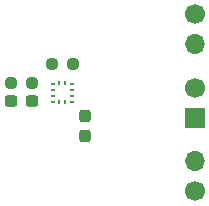
<source format=gts>
G04 #@! TF.GenerationSoftware,KiCad,Pcbnew,8.0.5*
G04 #@! TF.CreationDate,2024-09-21T15:57:37+02:00*
G04 #@! TF.ProjectId,BMA400-breakout,424d4134-3030-42d6-9272-65616b6f7574,rev?*
G04 #@! TF.SameCoordinates,Original*
G04 #@! TF.FileFunction,Soldermask,Top*
G04 #@! TF.FilePolarity,Negative*
%FSLAX46Y46*%
G04 Gerber Fmt 4.6, Leading zero omitted, Abs format (unit mm)*
G04 Created by KiCad (PCBNEW 8.0.5) date 2024-09-21 15:57:37*
%MOMM*%
%LPD*%
G01*
G04 APERTURE LIST*
G04 Aperture macros list*
%AMRoundRect*
0 Rectangle with rounded corners*
0 $1 Rounding radius*
0 $2 $3 $4 $5 $6 $7 $8 $9 X,Y pos of 4 corners*
0 Add a 4 corners polygon primitive as box body*
4,1,4,$2,$3,$4,$5,$6,$7,$8,$9,$2,$3,0*
0 Add four circle primitives for the rounded corners*
1,1,$1+$1,$2,$3*
1,1,$1+$1,$4,$5*
1,1,$1+$1,$6,$7*
1,1,$1+$1,$8,$9*
0 Add four rect primitives between the rounded corners*
20,1,$1+$1,$2,$3,$4,$5,0*
20,1,$1+$1,$4,$5,$6,$7,0*
20,1,$1+$1,$6,$7,$8,$9,0*
20,1,$1+$1,$8,$9,$2,$3,0*%
G04 Aperture macros list end*
%ADD10C,1.700000*%
%ADD11O,1.700000X1.700000*%
%ADD12R,1.700000X1.700000*%
%ADD13RoundRect,0.237500X0.250000X0.237500X-0.250000X0.237500X-0.250000X-0.237500X0.250000X-0.237500X0*%
%ADD14RoundRect,0.237500X-0.250000X-0.237500X0.250000X-0.237500X0.250000X0.237500X-0.250000X0.237500X0*%
%ADD15RoundRect,0.237500X0.300000X0.237500X-0.300000X0.237500X-0.300000X-0.237500X0.300000X-0.237500X0*%
%ADD16R,0.410000X0.280000*%
%ADD17R,0.280000X0.410000*%
%ADD18RoundRect,0.237500X-0.237500X0.300000X-0.237500X-0.300000X0.237500X-0.300000X0.237500X0.300000X0*%
G04 APERTURE END LIST*
D10*
X115720000Y-80590000D03*
D11*
X115720000Y-78050000D03*
D10*
X115720000Y-65630000D03*
D11*
X115720000Y-68170000D03*
D10*
X115720000Y-71840000D03*
D12*
X115720000Y-74380000D03*
D13*
X105442500Y-69850000D03*
X103617500Y-69850000D03*
D14*
X100155000Y-71440000D03*
X101980000Y-71440000D03*
D15*
X101932500Y-72960000D03*
X100207500Y-72960000D03*
D16*
X103710340Y-71525000D03*
X103710340Y-72025000D03*
X103710340Y-72525000D03*
X103710340Y-73025000D03*
D17*
X104275340Y-73090000D03*
X104775340Y-73090000D03*
D16*
X105340340Y-73025000D03*
X105340340Y-72525000D03*
X105340340Y-72025000D03*
X105340340Y-71525000D03*
D17*
X104775340Y-71460000D03*
X104275340Y-71460000D03*
D18*
X106430000Y-74227500D03*
X106430000Y-75952500D03*
M02*

</source>
